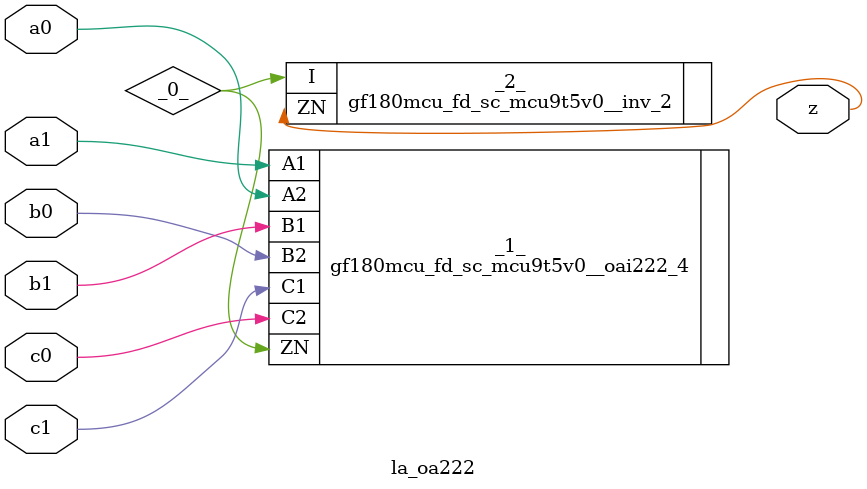
<source format=v>

/* Generated by Yosys 0.37 (git sha1 a5c7f69ed, clang 14.0.0-1ubuntu1.1 -fPIC -Os) */

module la_oa222(a0, a1, b0, b1, c0, c1, z);
  wire _0_;
  input a0;
  wire a0;
  input a1;
  wire a1;
  input b0;
  wire b0;
  input b1;
  wire b1;
  input c0;
  wire c0;
  input c1;
  wire c1;
  output z;
  wire z;
  gf180mcu_fd_sc_mcu9t5v0__oai222_4 _1_ (
    .A1(a1),
    .A2(a0),
    .B1(b1),
    .B2(b0),
    .C1(c1),
    .C2(c0),
    .ZN(_0_)
  );
  gf180mcu_fd_sc_mcu9t5v0__inv_2 _2_ (
    .I(_0_),
    .ZN(z)
  );
endmodule

</source>
